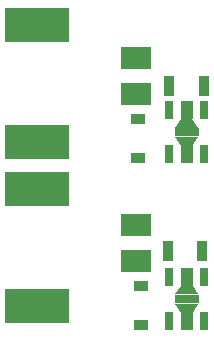
<source format=gbr>
%TF.GenerationSoftware,KiCad,Pcbnew,(5.1.6)-1*%
%TF.CreationDate,2020-08-23T14:00:48-07:00*%
%TF.ProjectId,Led Driver Double,4c656420-4472-4697-9665-7220446f7562,rev?*%
%TF.SameCoordinates,Original*%
%TF.FileFunction,Paste,Top*%
%TF.FilePolarity,Positive*%
%FSLAX46Y46*%
G04 Gerber Fmt 4.6, Leading zero omitted, Abs format (unit mm)*
G04 Created by KiCad (PCBNEW (5.1.6)-1) date 2020-08-23 14:00:48*
%MOMM*%
%LPD*%
G01*
G04 APERTURE LIST*
%ADD10R,1.200000X0.900000*%
%ADD11R,5.400000X2.900000*%
%ADD12R,0.900000X1.700000*%
%ADD13C,0.100000*%
%ADD14R,0.700000X1.500000*%
%ADD15R,1.000000X1.500000*%
%ADD16R,2.000000X0.800000*%
%ADD17R,2.500000X1.950000*%
G04 APERTURE END LIST*
D10*
%TO.C,D1*%
X86730000Y-34050000D03*
X86730000Y-30750000D03*
%TD*%
D11*
%TO.C,L1*%
X78170000Y-32740000D03*
X78170000Y-22840000D03*
%TD*%
D12*
%TO.C,R1*%
X92270000Y-27970000D03*
X89370000Y-27970000D03*
%TD*%
D10*
%TO.C,D2*%
X86970000Y-48200000D03*
X86970000Y-44900000D03*
%TD*%
D11*
%TO.C,L2*%
X78180000Y-36730000D03*
X78180000Y-46630000D03*
%TD*%
D12*
%TO.C,R2*%
X92150000Y-41970000D03*
X89250000Y-41970000D03*
%TD*%
D13*
%TO.C,U1*%
G36*
X89830000Y-31520000D02*
G01*
X90330000Y-30770000D01*
X91330000Y-30770000D01*
X91830000Y-31520000D01*
X89830000Y-31520000D01*
G37*
D14*
X89330000Y-30070000D03*
X92330000Y-30070000D03*
X89330000Y-33770000D03*
D15*
X90830000Y-33770000D03*
D14*
X92330000Y-33770000D03*
D15*
X90830000Y-30070000D03*
D13*
G36*
X91830000Y-32320000D02*
G01*
X91330000Y-33070000D01*
X90330000Y-33070000D01*
X89830000Y-32320000D01*
X91830000Y-32320000D01*
G37*
D16*
X90830000Y-31920000D03*
%TD*%
%TO.C,U2*%
X90840000Y-46040000D03*
D13*
G36*
X91840000Y-46440000D02*
G01*
X91340000Y-47190000D01*
X90340000Y-47190000D01*
X89840000Y-46440000D01*
X91840000Y-46440000D01*
G37*
D15*
X90840000Y-44190000D03*
D14*
X92340000Y-47890000D03*
D15*
X90840000Y-47890000D03*
D14*
X89340000Y-47890000D03*
X92340000Y-44190000D03*
X89340000Y-44190000D03*
D13*
G36*
X89840000Y-45640000D02*
G01*
X90340000Y-44890000D01*
X91340000Y-44890000D01*
X91840000Y-45640000D01*
X89840000Y-45640000D01*
G37*
%TD*%
D17*
%TO.C,C1*%
X86530000Y-25665000D03*
X86530000Y-28715000D03*
%TD*%
%TO.C,C2*%
X86530000Y-42845000D03*
X86530000Y-39795000D03*
%TD*%
M02*

</source>
